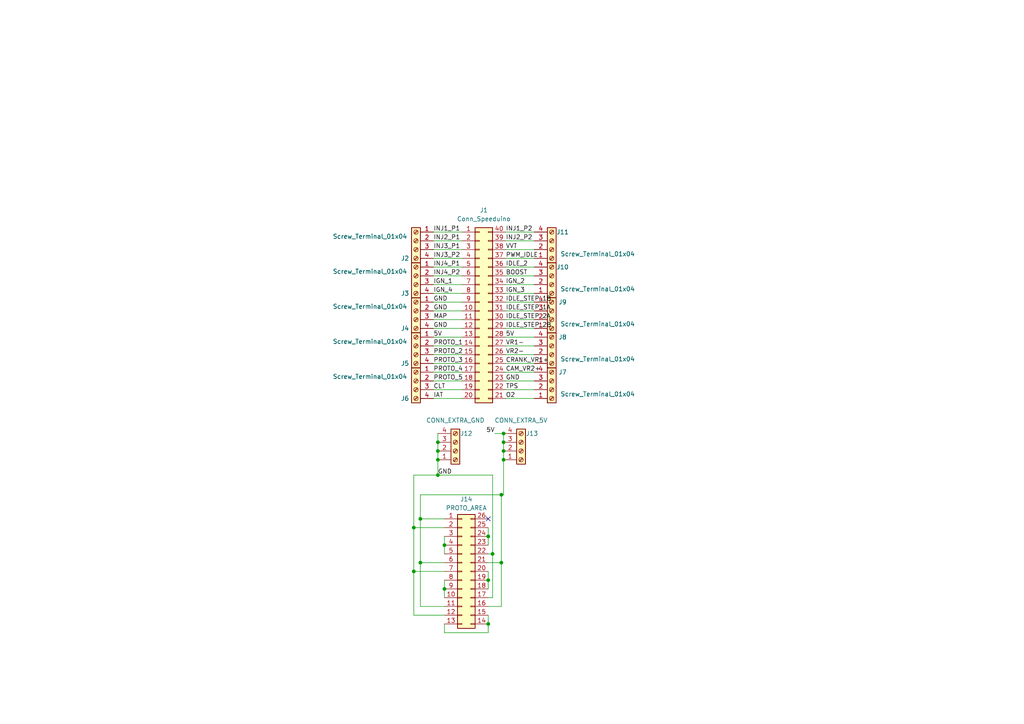
<source format=kicad_sch>
(kicad_sch (version 20230121) (generator eeschema)
  (paper "A4")
  (lib_symbols
    (symbol "Connector:Screw_Terminal_01x04" (pin_names (offset 1.016) hide)
      (property "Reference" "J" (at 0 5.08 0))
      (property "Value" "Screw_Terminal_01x04" (at 0 -7.62 0))
      (symbol "Screw_Terminal_01x04_1_1"
        (rectangle (start -1.27 3.81) (end 1.27 -6.35) (stroke (width 0.254)) (fill (type background)))
        (circle (center 0 -5.08) (radius 0.635) (stroke (width 0.1524)))
        (circle (center 0 -2.54) (radius 0.635) (stroke (width 0.1524)))
        (polyline (pts (xy -0.5334 -4.7498) (xy 0.3302 -5.588)) (stroke (width 0.1524)))
        (polyline (pts (xy -0.5334 -2.2098) (xy 0.3302 -3.048)) (stroke (width 0.1524)))
        (polyline (pts (xy -0.5334 0.3302) (xy 0.3302 -0.508)) (stroke (width 0.1524)))
        (polyline (pts (xy -0.5334 2.8702) (xy 0.3302 2.032)) (stroke (width 0.1524)))
        (polyline (pts (xy -0.3556 -4.572) (xy 0.508 -5.4102)) (stroke (width 0.1524)))
        (polyline (pts (xy -0.3556 -2.032) (xy 0.508 -2.8702)) (stroke (width 0.1524)))
        (polyline (pts (xy -0.3556 0.508) (xy 0.508 -0.3302)) (stroke (width 0.1524)))
        (polyline (pts (xy -0.3556 3.048) (xy 0.508 2.2098)) (stroke (width 0.1524)))
        (circle (center 0 0) (radius 0.635) (stroke (width 0.1524)))
        (circle (center 0 2.54) (radius 0.635) (stroke (width 0.1524)))
        (pin passive line (at -5.08 2.54 0) (length 3.81) (name "Pin_1") (number "1"))
        (pin passive line (at -5.08 0 0) (length 3.81) (name "Pin_2") (number "2"))
        (pin passive line (at -5.08 -2.54 0) (length 3.81) (name "Pin_3") (number "3"))
        (pin passive line (at -5.08 -5.08 0) (length 3.81) (name "Pin_4") (number "4"))
      )
    )
    (symbol "Connector_Generic:Conn_02x13_Counter_Clockwise" (pin_names (offset 1.016) hide)
      (property "Reference" "J" (at 1.27 17.78 0))
      (property "Value" "Conn_02x13_Counter_Clockwise" (at 1.27 -17.78 0))
      (symbol "Conn_02x13_Counter_Clockwise_1_1"
        (rectangle (start -1.27 -15.113) (end 0 -15.367) (stroke (width 0.1524)))
        (rectangle (start -1.27 -12.573) (end 0 -12.827) (stroke (width 0.1524)))
        (rectangle (start -1.27 -10.033) (end 0 -10.287) (stroke (width 0.1524)))
        (rectangle (start -1.27 -7.493) (end 0 -7.747) (stroke (width 0.1524)))
        (rectangle (start -1.27 -4.953) (end 0 -5.207) (stroke (width 0.1524)))
        (rectangle (start -1.27 -2.413) (end 0 -2.667) (stroke (width 0.1524)))
        (rectangle (start -1.27 0.127) (end 0 -0.127) (stroke (width 0.1524)))
        (rectangle (start -1.27 2.667) (end 0 2.413) (stroke (width 0.1524)))
        (rectangle (start -1.27 5.207) (end 0 4.953) (stroke (width 0.1524)))
        (rectangle (start -1.27 7.747) (end 0 7.493) (stroke (width 0.1524)))
        (rectangle (start -1.27 10.287) (end 0 10.033) (stroke (width 0.1524)))
        (rectangle (start -1.27 12.827) (end 0 12.573) (stroke (width 0.1524)))
        (rectangle (start -1.27 15.367) (end 0 15.113) (stroke (width 0.1524)))
        (rectangle (start -1.27 16.51) (end 3.81 -16.51) (stroke (width 0.254)) (fill (type background)))
        (rectangle (start 3.81 -15.113) (end 2.54 -15.367) (stroke (width 0.1524)))
        (rectangle (start 3.81 -12.573) (end 2.54 -12.827) (stroke (width 0.1524)))
        (rectangle (start 3.81 -10.033) (end 2.54 -10.287) (stroke (width 0.1524)))
        (rectangle (start 3.81 -7.493) (end 2.54 -7.747) (stroke (width 0.1524)))
        (rectangle (start 3.81 -4.953) (end 2.54 -5.207) (stroke (width 0.1524)))
        (rectangle (start 3.81 -2.413) (end 2.54 -2.667) (stroke (width 0.1524)))
        (rectangle (start 3.81 0.127) (end 2.54 -0.127) (stroke (width 0.1524)))
        (rectangle (start 3.81 2.667) (end 2.54 2.413) (stroke (width 0.1524)))
        (rectangle (start 3.81 5.207) (end 2.54 4.953) (stroke (width 0.1524)))
        (rectangle (start 3.81 7.747) (end 2.54 7.493) (stroke (width 0.1524)))
        (rectangle (start 3.81 10.287) (end 2.54 10.033) (stroke (width 0.1524)))
        (rectangle (start 3.81 12.827) (end 2.54 12.573) (stroke (width 0.1524)))
        (rectangle (start 3.81 15.367) (end 2.54 15.113) (stroke (width 0.1524)))
        (pin passive line (at -5.08 15.24 0) (length 3.81) (name "Pin_1") (number "1"))
        (pin passive line (at -5.08 -7.62 0) (length 3.81) (name "Pin_10") (number "10"))
        (pin passive line (at -5.08 -10.16 0) (length 3.81) (name "Pin_11") (number "11"))
        (pin passive line (at -5.08 -12.7 0) (length 3.81) (name "Pin_12") (number "12"))
        (pin passive line (at -5.08 -15.24 0) (length 3.81) (name "Pin_13") (number "13"))
        (pin passive line (at 7.62 -15.24 180) (length 3.81) (name "Pin_14") (number "14"))
        (pin passive line (at 7.62 -12.7 180) (length 3.81) (name "Pin_15") (number "15"))
        (pin passive line (at 7.62 -10.16 180) (length 3.81) (name "Pin_16") (number "16"))
        (pin passive line (at 7.62 -7.62 180) (length 3.81) (name "Pin_17") (number "17"))
        (pin passive line (at 7.62 -5.08 180) (length 3.81) (name "Pin_18") (number "18"))
        (pin passive line (at 7.62 -2.54 180) (length 3.81) (name "Pin_19") (number "19"))
        (pin passive line (at -5.08 12.7 0) (length 3.81) (name "Pin_2") (number "2"))
        (pin passive line (at 7.62 0 180) (length 3.81) (name "Pin_20") (number "20"))
        (pin passive line (at 7.62 2.54 180) (length 3.81) (name "Pin_21") (number "21"))
        (pin passive line (at 7.62 5.08 180) (length 3.81) (name "Pin_22") (number "22"))
        (pin passive line (at 7.62 7.62 180) (length 3.81) (name "Pin_23") (number "23"))
        (pin passive line (at 7.62 10.16 180) (length 3.81) (name "Pin_24") (number "24"))
        (pin passive line (at 7.62 12.7 180) (length 3.81) (name "Pin_25") (number "25"))
        (pin passive line (at 7.62 15.24 180) (length 3.81) (name "Pin_26") (number "26"))
        (pin passive line (at -5.08 10.16 0) (length 3.81) (name "Pin_3") (number "3"))
        (pin passive line (at -5.08 7.62 0) (length 3.81) (name "Pin_4") (number "4"))
        (pin passive line (at -5.08 5.08 0) (length 3.81) (name "Pin_5") (number "5"))
        (pin passive line (at -5.08 2.54 0) (length 3.81) (name "Pin_6") (number "6"))
        (pin passive line (at -5.08 0 0) (length 3.81) (name "Pin_7") (number "7"))
        (pin passive line (at -5.08 -2.54 0) (length 3.81) (name "Pin_8") (number "8"))
        (pin passive line (at -5.08 -5.08 0) (length 3.81) (name "Pin_9") (number "9"))
      )
    )
    (symbol "Connector_Generic:Conn_02x20_Counter_Clockwise" (pin_names (offset 1.016) hide)
      (property "Reference" "J" (at 1.27 25.4 0))
      (property "Value" "Conn_02x20_Counter_Clockwise" (at 1.27 -27.94 0))
      (symbol "Conn_02x20_Counter_Clockwise_1_1"
        (rectangle (start -1.27 -25.273) (end 0 -25.527) (stroke (width 0.1524)))
        (rectangle (start -1.27 -22.733) (end 0 -22.987) (stroke (width 0.1524)))
        (rectangle (start -1.27 -20.193) (end 0 -20.447) (stroke (width 0.1524)))
        (rectangle (start -1.27 -17.653) (end 0 -17.907) (stroke (width 0.1524)))
        (rectangle (start -1.27 -15.113) (end 0 -15.367) (stroke (width 0.1524)))
        (rectangle (start -1.27 -12.573) (end 0 -12.827) (stroke (width 0.1524)))
        (rectangle (start -1.27 -10.033) (end 0 -10.287) (stroke (width 0.1524)))
        (rectangle (start -1.27 -7.493) (end 0 -7.747) (stroke (width 0.1524)))
        (rectangle (start -1.27 -4.953) (end 0 -5.207) (stroke (width 0.1524)))
        (rectangle (start -1.27 -2.413) (end 0 -2.667) (stroke (width 0.1524)))
        (rectangle (start -1.27 0.127) (end 0 -0.127) (stroke (width 0.1524)))
        (rectangle (start -1.27 2.667) (end 0 2.413) (stroke (width 0.1524)))
        (rectangle (start -1.27 5.207) (end 0 4.953) (stroke (width 0.1524)))
        (rectangle (start -1.27 7.747) (end 0 7.493) (stroke (width 0.1524)))
        (rectangle (start -1.27 10.287) (end 0 10.033) (stroke (width 0.1524)))
        (rectangle (start -1.27 12.827) (end 0 12.573) (stroke (width 0.1524)))
        (rectangle (start -1.27 15.367) (end 0 15.113) (stroke (width 0.1524)))
        (rectangle (start -1.27 17.907) (end 0 17.653) (stroke (width 0.1524)))
        (rectangle (start -1.27 20.447) (end 0 20.193) (stroke (width 0.1524)))
        (rectangle (start -1.27 22.987) (end 0 22.733) (stroke (width 0.1524)))
        (rectangle (start -1.27 24.13) (end 3.81 -26.67) (stroke (width 0.254)) (fill (type background)))
        (rectangle (start 3.81 -25.273) (end 2.54 -25.527) (stroke (width 0.1524)))
        (rectangle (start 3.81 -22.733) (end 2.54 -22.987) (stroke (width 0.1524)))
        (rectangle (start 3.81 -20.193) (end 2.54 -20.447) (stroke (width 0.1524)))
        (rectangle (start 3.81 -17.653) (end 2.54 -17.907) (stroke (width 0.1524)))
        (rectangle (start 3.81 -15.113) (end 2.54 -15.367) (stroke (width 0.1524)))
        (rectangle (start 3.81 -12.573) (end 2.54 -12.827) (stroke (width 0.1524)))
        (rectangle (start 3.81 -10.033) (end 2.54 -10.287) (stroke (width 0.1524)))
        (rectangle (start 3.81 -7.493) (end 2.54 -7.747) (stroke (width 0.1524)))
        (rectangle (start 3.81 -4.953) (end 2.54 -5.207) (stroke (width 0.1524)))
        (rectangle (start 3.81 -2.413) (end 2.54 -2.667) (stroke (width 0.1524)))
        (rectangle (start 3.81 0.127) (end 2.54 -0.127) (stroke (width 0.1524)))
        (rectangle (start 3.81 2.667) (end 2.54 2.413) (stroke (width 0.1524)))
        (rectangle (start 3.81 5.207) (end 2.54 4.953) (stroke (width 0.1524)))
        (rectangle (start 3.81 7.747) (end 2.54 7.493) (stroke (width 0.1524)))
        (rectangle (start 3.81 10.287) (end 2.54 10.033) (stroke (width 0.1524)))
        (rectangle (start 3.81 12.827) (end 2.54 12.573) (stroke (width 0.1524)))
        (rectangle (start 3.81 15.367) (end 2.54 15.113) (stroke (width 0.1524)))
        (rectangle (start 3.81 17.907) (end 2.54 17.653) (stroke (width 0.1524)))
        (rectangle (start 3.81 20.447) (end 2.54 20.193) (stroke (width 0.1524)))
        (rectangle (start 3.81 22.987) (end 2.54 22.733) (stroke (width 0.1524)))
        (pin passive line (at -5.08 22.86 0) (length 3.81) (name "Pin_1") (number "1"))
        (pin passive line (at -5.08 0 0) (length 3.81) (name "Pin_10") (number "10"))
        (pin passive line (at -5.08 -2.54 0) (length 3.81) (name "Pin_11") (number "11"))
        (pin passive line (at -5.08 -5.08 0) (length 3.81) (name "Pin_12") (number "12"))
        (pin passive line (at -5.08 -7.62 0) (length 3.81) (name "Pin_13") (number "13"))
        (pin passive line (at -5.08 -10.16 0) (length 3.81) (name "Pin_14") (number "14"))
        (pin passive line (at -5.08 -12.7 0) (length 3.81) (name "Pin_15") (number "15"))
        (pin passive line (at -5.08 -15.24 0) (length 3.81) (name "Pin_16") (number "16"))
        (pin passive line (at -5.08 -17.78 0) (length 3.81) (name "Pin_17") (number "17"))
        (pin passive line (at -5.08 -20.32 0) (length 3.81) (name "Pin_18") (number "18"))
        (pin passive line (at -5.08 -22.86 0) (length 3.81) (name "Pin_19") (number "19"))
        (pin passive line (at -5.08 20.32 0) (length 3.81) (name "Pin_2") (number "2"))
        (pin passive line (at -5.08 -25.4 0) (length 3.81) (name "Pin_20") (number "20"))
        (pin passive line (at 7.62 -25.4 180) (length 3.81) (name "Pin_21") (number "21"))
        (pin passive line (at 7.62 -22.86 180) (length 3.81) (name "Pin_22") (number "22"))
        (pin passive line (at 7.62 -20.32 180) (length 3.81) (name "Pin_23") (number "23"))
        (pin passive line (at 7.62 -17.78 180) (length 3.81) (name "Pin_24") (number "24"))
        (pin passive line (at 7.62 -15.24 180) (length 3.81) (name "Pin_25") (number "25"))
        (pin passive line (at 7.62 -12.7 180) (length 3.81) (name "Pin_26") (number "26"))
        (pin passive line (at 7.62 -10.16 180) (length 3.81) (name "Pin_27") (number "27"))
        (pin passive line (at 7.62 -7.62 180) (length 3.81) (name "Pin_28") (number "28"))
        (pin passive line (at 7.62 -5.08 180) (length 3.81) (name "Pin_29") (number "29"))
        (pin passive line (at -5.08 17.78 0) (length 3.81) (name "Pin_3") (number "3"))
        (pin passive line (at 7.62 -2.54 180) (length 3.81) (name "Pin_30") (number "30"))
        (pin passive line (at 7.62 0 180) (length 3.81) (name "Pin_31") (number "31"))
        (pin passive line (at 7.62 2.54 180) (length 3.81) (name "Pin_32") (number "32"))
        (pin passive line (at 7.62 5.08 180) (length 3.81) (name "Pin_33") (number "33"))
        (pin passive line (at 7.62 7.62 180) (length 3.81) (name "Pin_34") (number "34"))
        (pin passive line (at 7.62 10.16 180) (length 3.81) (name "Pin_35") (number "35"))
        (pin passive line (at 7.62 12.7 180) (length 3.81) (name "Pin_36") (number "36"))
        (pin passive line (at 7.62 15.24 180) (length 3.81) (name "Pin_37") (number "37"))
        (pin passive line (at 7.62 17.78 180) (length 3.81) (name "Pin_38") (number "38"))
        (pin passive line (at 7.62 20.32 180) (length 3.81) (name "Pin_39") (number "39"))
        (pin passive line (at -5.08 15.24 0) (length 3.81) (name "Pin_4") (number "4"))
        (pin passive line (at 7.62 22.86 180) (length 3.81) (name "Pin_40") (number "40"))
        (pin passive line (at -5.08 12.7 0) (length 3.81) (name "Pin_5") (number "5"))
        (pin passive line (at -5.08 10.16 0) (length 3.81) (name "Pin_6") (number "6"))
        (pin passive line (at -5.08 7.62 0) (length 3.81) (name "Pin_7") (number "7"))
        (pin passive line (at -5.08 5.08 0) (length 3.81) (name "Pin_8") (number "8"))
        (pin passive line (at -5.08 2.54 0) (length 3.81) (name "Pin_9") (number "9"))
      )
    )
  )
  (junction (at 141.605 155.575))
  (junction (at 127 137.795))
  (junction (at 127 128.27))
  (junction (at 141.605 168.275))
  (junction (at 146.05 128.27))
  (junction (at 142.875 160.655))
  (junction (at 146.05 130.81))
  (junction (at 120.015 165.735))
  (junction (at 146.05 133.35))
  (junction (at 128.905 158.115))
  (junction (at 128.905 170.815))
  (junction (at 121.92 163.195))
  (junction (at 127 130.81))
  (junction (at 127 133.35))
  (junction (at 145.415 143.51))
  (junction (at 145.415 163.195))
  (junction (at 141.605 180.975))
  (junction (at 146.05 125.73))
  (junction (at 120.015 153.035))
  (junction (at 121.92 150.495))
  (no_connect (at 141.605 150.495))
  (wire (pts (xy 146.685 72.39) (xy 154.94 72.39)))
  (wire (pts (xy 146.685 67.31) (xy 154.94 67.31)))
  (wire (pts (xy 125.73 77.47) (xy 133.985 77.47)))
  (wire (pts (xy 125.73 107.95) (xy 133.985 107.95)))
  (wire (pts (xy 125.73 100.33) (xy 133.985 100.33)))
  (wire (pts (xy 141.605 183.515) (xy 141.605 180.975)))
  (wire (pts (xy 146.685 90.17) (xy 154.94 90.17)))
  (wire (pts (xy 145.415 143.51) (xy 121.92 143.51)))
  (wire (pts (xy 128.905 153.035) (xy 120.015 153.035)))
  (wire (pts (xy 146.685 97.79) (xy 154.94 97.79)))
  (wire (pts (xy 146.05 143.51) (xy 146.05 133.35)))
  (wire (pts (xy 125.73 67.31) (xy 133.985 67.31)))
  (wire (pts (xy 141.605 165.735) (xy 141.605 168.275)))
  (wire (pts (xy 125.73 102.87) (xy 133.985 102.87)))
  (wire (pts (xy 142.875 160.655) (xy 142.875 137.795)))
  (wire (pts (xy 145.415 163.195) (xy 145.415 175.895)))
  (wire (pts (xy 141.605 175.895) (xy 145.415 175.895)))
  (wire (pts (xy 120.015 178.435) (xy 120.015 165.735)))
  (wire (pts (xy 145.415 143.51) (xy 145.415 163.195)))
  (wire (pts (xy 146.685 107.95) (xy 154.94 107.95)))
  (wire (pts (xy 125.73 80.01) (xy 133.985 80.01)))
  (wire (pts (xy 128.905 183.515) (xy 141.605 183.515)))
  (wire (pts (xy 141.605 163.195) (xy 145.415 163.195)))
  (wire (pts (xy 128.905 163.195) (xy 121.92 163.195)))
  (wire (pts (xy 128.905 155.575) (xy 128.905 158.115)))
  (wire (pts (xy 146.05 130.81) (xy 146.05 128.27)))
  (wire (pts (xy 128.905 178.435) (xy 120.015 178.435)))
  (wire (pts (xy 125.73 69.85) (xy 133.985 69.85)))
  (wire (pts (xy 145.415 143.51) (xy 146.05 143.51)))
  (wire (pts (xy 141.605 173.355) (xy 142.875 173.355)))
  (wire (pts (xy 141.605 155.575) (xy 141.605 158.115)))
  (wire (pts (xy 141.605 180.975) (xy 141.605 178.435)))
  (wire (pts (xy 125.73 87.63) (xy 133.985 87.63)))
  (wire (pts (xy 121.92 163.195) (xy 121.92 150.495)))
  (wire (pts (xy 128.905 165.735) (xy 120.015 165.735)))
  (wire (pts (xy 146.05 125.73) (xy 143.51 125.73)))
  (wire (pts (xy 125.73 97.79) (xy 133.985 97.79)))
  (wire (pts (xy 146.685 92.71) (xy 154.94 92.71)))
  (wire (pts (xy 120.015 153.035) (xy 120.015 137.795)))
  (wire (pts (xy 121.92 143.51) (xy 121.92 150.495)))
  (wire (pts (xy 146.05 133.35) (xy 146.05 130.81)))
  (wire (pts (xy 141.605 153.035) (xy 141.605 155.575)))
  (wire (pts (xy 125.73 92.71) (xy 133.985 92.71)))
  (wire (pts (xy 128.905 150.495) (xy 121.92 150.495)))
  (wire (pts (xy 125.73 113.03) (xy 133.985 113.03)))
  (wire (pts (xy 146.685 102.87) (xy 154.94 102.87)))
  (wire (pts (xy 146.685 74.93) (xy 154.94 74.93)))
  (wire (pts (xy 125.73 110.49) (xy 133.985 110.49)))
  (wire (pts (xy 146.685 110.49) (xy 154.94 110.49)))
  (wire (pts (xy 127 133.35) (xy 127 137.795)))
  (wire (pts (xy 141.605 160.655) (xy 142.875 160.655)))
  (wire (pts (xy 128.905 170.815) (xy 128.905 173.355)))
  (wire (pts (xy 142.875 137.795) (xy 127 137.795)))
  (wire (pts (xy 146.685 105.41) (xy 154.94 105.41)))
  (wire (pts (xy 146.685 77.47) (xy 154.94 77.47)))
  (wire (pts (xy 127 128.27) (xy 127 130.81)))
  (wire (pts (xy 127 125.73) (xy 127 128.27)))
  (wire (pts (xy 128.905 168.275) (xy 128.905 170.815)))
  (wire (pts (xy 125.73 74.93) (xy 133.985 74.93)))
  (wire (pts (xy 128.905 158.115) (xy 128.905 160.655)))
  (wire (pts (xy 146.05 128.27) (xy 146.05 125.73)))
  (wire (pts (xy 146.685 87.63) (xy 154.94 87.63)))
  (wire (pts (xy 127 130.81) (xy 127 133.35)))
  (wire (pts (xy 125.73 90.17) (xy 133.985 90.17)))
  (wire (pts (xy 141.605 168.275) (xy 141.605 170.815)))
  (wire (pts (xy 146.685 69.85) (xy 154.94 69.85)))
  (wire (pts (xy 142.875 173.355) (xy 142.875 160.655)))
  (wire (pts (xy 121.92 175.895) (xy 121.92 163.195)))
  (wire (pts (xy 146.685 95.25) (xy 154.94 95.25)))
  (wire (pts (xy 128.905 175.895) (xy 121.92 175.895)))
  (wire (pts (xy 125.73 82.55) (xy 133.985 82.55)))
  (wire (pts (xy 146.685 82.55) (xy 154.94 82.55)))
  (wire (pts (xy 146.685 85.09) (xy 154.94 85.09)))
  (wire (pts (xy 125.73 95.25) (xy 133.985 95.25)))
  (wire (pts (xy 146.685 80.01) (xy 154.94 80.01)))
  (wire (pts (xy 125.73 72.39) (xy 133.985 72.39)))
  (wire (pts (xy 125.73 85.09) (xy 133.985 85.09)))
  (wire (pts (xy 120.015 137.795) (xy 127 137.795)))
  (wire (pts (xy 120.015 165.735) (xy 120.015 153.035)))
  (wire (pts (xy 125.73 105.41) (xy 133.985 105.41)))
  (wire (pts (xy 146.685 115.57) (xy 154.94 115.57)))
  (wire (pts (xy 146.685 113.03) (xy 154.94 113.03)))
  (wire (pts (xy 146.685 100.33) (xy 154.94 100.33)))
  (wire (pts (xy 125.73 115.57) (xy 133.985 115.57)))
  (wire (pts (xy 128.905 180.975) (xy 128.905 183.515)))
  (label "IGN_3" (at 146.685 85.09 0))
  (label "PROTO_2" (at 125.73 102.87 0))
  (label "5V" (at 146.685 97.79 0))
  (label "MAP" (at 125.73 92.71 0))
  (label "CAM_VR2+" (at 146.685 107.95 0))
  (label "BOOST" (at 146.685 80.01 0))
  (label "CRANK_VR1+" (at 146.685 105.41 0))
  (label "IDLE_STEP_2A" (at 146.685 92.71 0))
  (label "PWM_IDLE" (at 146.685 74.93 0))
  (label "INJ1_P2" (at 146.685 67.31 0))
  (label "INJ3_P1" (at 125.73 72.39 0))
  (label "PROTO_4" (at 125.73 107.95 0))
  (label "INJ4_P1" (at 125.73 77.47 0))
  (label "VR1-" (at 146.685 100.33 0))
  (label "TPS" (at 146.685 113.03 0))
  (label "PROTO_1" (at 125.73 100.33 0))
  (label "GND" (at 125.73 90.17 0))
  (label "IGN_1" (at 125.73 82.55 0))
  (label "IAT" (at 125.73 115.57 0))
  (label "PROTO_5" (at 125.73 110.49 0))
  (label "IDLE_STEP_2B" (at 146.685 95.25 0))
  (label "INJ3_P2" (at 125.73 74.93 0))
  (label "INJ2_P1" (at 125.73 69.85 0))
  (label "INJ1_P1" (at 125.73 67.31 0))
  (label "GND" (at 125.73 95.25 0))
  (label "5V" (at 125.73 97.79 0))
  (label "GND" (at 127 137.795 0))
  (label "IDLE_STEP_1B" (at 146.685 87.63 0))
  (label "PROTO_3" (at 125.73 105.41 0))
  (label "GND" (at 146.685 110.49 0))
  (label "GND" (at 125.73 87.63 0))
  (label "IDLE_2" (at 146.685 77.47 0))
  (label "IGN_4" (at 125.73 85.09 0))
  (label "IGN_2" (at 146.685 82.55 0))
  (label "CLT" (at 125.73 113.03 0))
  (label "IDLE_STEP_1A" (at 146.685 90.17 0))
  (label "INJ2_P2" (at 146.685 69.85 0))
  (label "O2" (at 146.685 115.57 0))
  (label "VR2-" (at 146.685 102.87 0))
  (label "5V" (at 143.51 125.73 180))
  (label "VVT" (at 146.685 72.39 0))
  (label "INJ4_P2" (at 125.73 80.01 0))
  (symbol (lib_id "Connector:Screw_Terminal_01x04") (at 120.65 110.49 0) (mirror y) (unit 1)
    (property "Reference" "J6" (at 117.475 115.57 0))
    (property "Value" "Screw_Terminal_01x04" (at 107.315 109.22 0))
    (property "Footprint" "TerminalBlock_TE-Connectivity:TerminalBlock_TE_282834-4_1x04_P2.54mm_Horizontal" (effects hide))
  )
  (symbol (lib_id "Connector:Screw_Terminal_01x04") (at 160.02 92.71 0) (mirror x) (unit 1)
    (property "Reference" "J9" (at 163.195 87.63 0))
    (property "Value" "Screw_Terminal_01x04" (at 173.355 93.98 0))
    (property "Footprint" "TerminalBlock_TE-Connectivity:TerminalBlock_TE_282834-4_1x04_P2.54mm_Horizontal" (effects hide))
  )
  (symbol (lib_id "Connector:Screw_Terminal_01x04") (at 151.13 130.81 0) (mirror x) (unit 1)
    (property "Reference" "J13" (at 154.305 125.73 0))
    (property "Value" "CONN_EXTRA_5V" (at 151.13 121.92 0))
    (property "Footprint" "TerminalBlock_TE-Connectivity:TerminalBlock_TE_282834-4_1x04_P2.54mm_Horizontal" (effects hide))
  )
  (symbol (lib_id "Connector:Screw_Terminal_01x04") (at 160.02 102.87 0) (mirror x) (unit 1)
    (property "Reference" "J8" (at 163.195 97.79 0))
    (property "Value" "Screw_Terminal_01x04" (at 173.355 104.14 0))
    (property "Footprint" "TerminalBlock_TE-Connectivity:TerminalBlock_TE_282834-4_1x04_P2.54mm_Horizontal" (effects hide))
  )
  (symbol (lib_id "Connector:Screw_Terminal_01x04") (at 160.02 72.39 0) (mirror x) (unit 1)
    (property "Reference" "J11" (at 163.195 67.31 0))
    (property "Value" "Screw_Terminal_01x04" (at 173.355 73.66 0))
    (property "Footprint" "TerminalBlock_TE-Connectivity:TerminalBlock_TE_282834-4_1x04_P2.54mm_Horizontal" (effects hide))
  )
  (symbol (lib_id "Connector:Screw_Terminal_01x04") (at 120.65 69.85 0) (mirror y) (unit 1)
    (property "Reference" "J2" (at 117.475 74.93 0))
    (property "Value" "Screw_Terminal_01x04" (at 107.315 68.58 0))
    (property "Footprint" "TerminalBlock_TE-Connectivity:TerminalBlock_TE_282834-4_1x04_P2.54mm_Horizontal" (effects hide))
  )
  (symbol (lib_id "Connector_Generic:Conn_02x13_Counter_Clockwise") (at 133.985 165.735 0) (unit 1)
    (property "Reference" "J14" (at 135.255 144.78 0))
    (property "Value" "PROTO_AREA" (at 135.255 147.32 0))
    (property "Footprint" "ProtoAreas:PROTO_AREA_5x5_NO_OUTLINE" (effects hide))
  )
  (symbol (lib_id "Connector:Screw_Terminal_01x04") (at 120.65 90.17 0) (mirror y) (unit 1)
    (property "Reference" "J4" (at 117.475 95.25 0))
    (property "Value" "Screw_Terminal_01x04" (at 107.315 88.9 0))
    (property "Footprint" "TerminalBlock_TE-Connectivity:TerminalBlock_TE_282834-4_1x04_P2.54mm_Horizontal" (effects hide))
  )
  (symbol (lib_id "Connector:Screw_Terminal_01x04") (at 120.65 80.01 0) (mirror y) (unit 1)
    (property "Reference" "J3" (at 117.475 85.09 0))
    (property "Value" "Screw_Terminal_01x04" (at 107.315 78.74 0))
    (property "Footprint" "TerminalBlock_TE-Connectivity:TerminalBlock_TE_282834-4_1x04_P2.54mm_Horizontal" (effects hide))
  )
  (symbol (lib_id "Connector:Screw_Terminal_01x04") (at 160.02 82.55 0) (mirror x) (unit 1)
    (property "Reference" "J10" (at 163.195 77.47 0))
    (property "Value" "Screw_Terminal_01x04" (at 173.355 83.82 0))
    (property "Footprint" "TerminalBlock_TE-Connectivity:TerminalBlock_TE_282834-4_1x04_P2.54mm_Horizontal" (effects hide))
  )
  (symbol (lib_id "Connector:Screw_Terminal_01x04") (at 160.02 113.03 0) (mirror x) (unit 1)
    (property "Reference" "J7" (at 163.195 107.95 0))
    (property "Value" "Screw_Terminal_01x04" (at 173.355 114.3 0))
    (property "Footprint" "TerminalBlock_TE-Connectivity:TerminalBlock_TE_282834-4_1x04_P2.54mm_Horizontal" (effects hide))
  )
  (symbol (lib_id "Connector_Generic:Conn_02x20_Counter_Clockwise") (at 139.065 90.17 0) (unit 1)
    (property "Reference" "J1" (at 140.335 60.96 0))
    (property "Value" "Conn_Speeduino" (at 140.335 63.5 0))
    (property "Footprint" "SpeeduinoConnector:PinSocket_2x20_P2.54mm_Vertical_CounterClockwise" (effects hide))
  )
  (symbol (lib_id "Connector:Screw_Terminal_01x04") (at 132.08 130.81 0) (mirror x) (unit 1)
    (property "Reference" "J12" (at 135.255 125.73 0))
    (property "Value" "CONN_EXTRA_GND" (at 132.08 121.92 0))
    (property "Footprint" "TerminalBlock_TE-Connectivity:TerminalBlock_TE_282834-4_1x04_P2.54mm_Horizontal" (effects hide))
  )
  (symbol (lib_id "Connector:Screw_Terminal_01x04") (at 120.65 100.33 0) (mirror y) (unit 1)
    (property "Reference" "J5" (at 117.475 105.41 0))
    (property "Value" "Screw_Terminal_01x04" (at 107.315 99.06 0))
    (property "Footprint" "TerminalBlock_TE-Connectivity:TerminalBlock_TE_282834-4_1x04_P2.54mm_Horizontal" (effects hide))
  )
)
</source>
